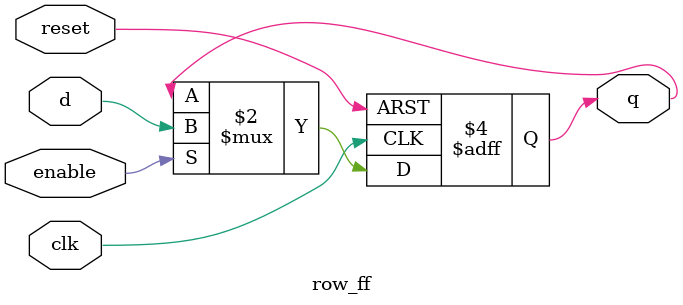
<source format=sv>
module row_ff (
    input  logic clk,     
    input  logic reset,    
    input  logic enable,    
    //input  logic show_row,   
    input  logic d,     
    output logic q 
);

    logic q_reg; 

    always_ff @(posedge clk or posedge reset) begin
        if (reset) begin
            q <= 1'b0;           
        end else if (enable) begin
            q <= d;          
        end
       
    end

    //assign q = show_row ? q_reg : 1'bz; 

endmodule


</source>
